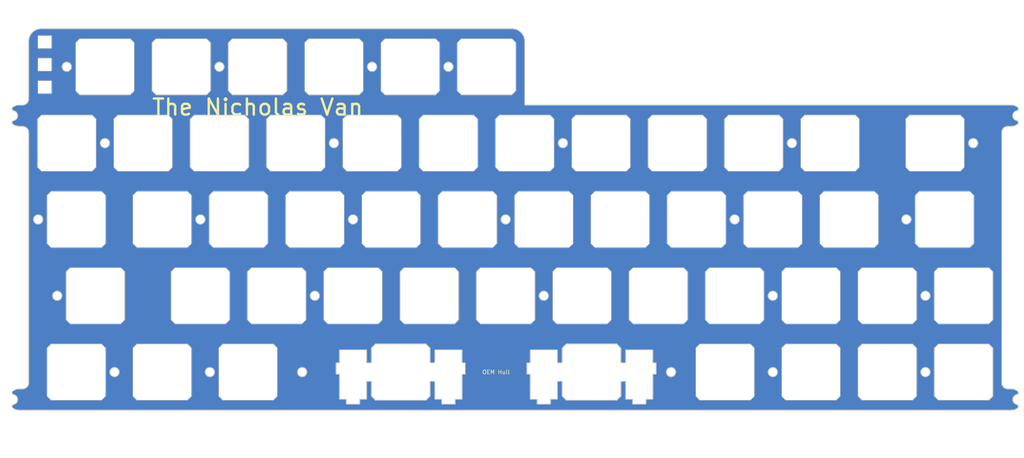
<source format=kicad_pcb>
(kicad_pcb (version 20221018) (generator pcbnew)
  (layers (0 "F.Cu" signal) (31 "B.Cu" signal) (34 "B.Paste" user) (35 "F.Paste" user) (36 "B.SilkS" user "B.Silkscreen") (37 "F.SilkS" user "F.Silkscreen") (38 "B.Mask" user) (39 "F.Mask" user) (44 "Edge.Cuts" user))
  (net 0 "")
  (net 1 "GND")
  (footprint "cipulot_parts:ecs_plate_cut_1U" (layer "F.Cu") (at 242.8875 115.8875)
    (fp_text reference "REF**")
    (fp_text value "Value " hide)
    (fp_line (start -7.3 -6) (end -7.3 6) (stroke (width 0.12)) (layer "Edge.Cuts"))
    (fp_line (start -7.3 6) (end -6.3 7) (stroke (width 0.12)) (layer "Edge.Cuts"))
    (fp_line (start -6.3 -7) (end -7.3 -6) (stroke (width 0.12)) (layer "Edge.Cuts"))
    (fp_line (start -6.3 7) (end 6.3 7) (stroke (width 0.12)) (layer "Edge.Cuts"))
    (fp_line (start 6.3 -7) (end -6.3 -7) (stroke (width 0.12)) (layer "Edge.Cuts"))
    (fp_line (start 6.3 -7) (end 7.3 -6) (stroke (width 0.12)) (layer "Edge.Cuts"))
    (fp_line (start 6.3 7) (end 7.3 6) (stroke (width 0.12)) (layer "Edge.Cuts"))
    (fp_line (start 7.3 6) (end 7.3 -6) (stroke (width 0.12)) (layer "Edge.Cuts"))
  )
  (footprint "cipulot_parts:ecs_plate_cut_1U" (layer "F.Cu") (at 45.24375 115.8875)
    (fp_text reference "REF**")
    (fp_text value "Value " hide)
    (fp_line (start -7.3 -6) (end -7.3 6) (stroke (width 0.12)) (layer "Edge.Cuts"))
    (fp_line (start -7.3 6) (end -6.3 7) (stroke (width 0.12)) (layer "Edge.Cuts"))
    (fp_line (start -6.3 -7) (end -7.3 -6) (stroke (width 0.12)) (layer "Edge.Cuts"))
    (fp_line (start -6.3 7) (end 6.3 7) (stroke (width 0.12)) (layer "Edge.Cuts"))
    (fp_line (start 6.3 -7) (end -6.3 -7) (stroke (width 0.12)) (layer "Edge.Cuts"))
    (fp_line (start 6.3 -7) (end 7.3 -6) (stroke (width 0.12)) (layer "Edge.Cuts"))
    (fp_line (start 6.3 7) (end 7.3 6) (stroke (width 0.12)) (layer "Edge.Cuts"))
    (fp_line (start 7.3 6) (end 7.3 -6) (stroke (width 0.12)) (layer "Edge.Cuts"))
  )
  (footprint "cipulot_parts:ecs_plate_cut_1U" (layer "F.Cu") (at 190.5 77.7875)
    (fp_text reference "REF**")
    (fp_text value "Value " hide)
    (fp_line (start -7.3 -6) (end -7.3 6) (stroke (width 0.12)) (layer "Edge.Cuts"))
    (fp_line (start -7.3 6) (end -6.3 7) (stroke (width 0.12)) (layer "Edge.Cuts"))
    (fp_line (start -6.3 -7) (end -7.3 -6) (stroke (width 0.12)) (layer "Edge.Cuts"))
    (fp_line (start -6.3 7) (end 6.3 7) (stroke (width 0.12)) (layer "Edge.Cuts"))
    (fp_line (start 6.3 -7) (end -6.3 -7) (stroke (width 0.12)) (layer "Edge.Cuts"))
    (fp_line (start 6.3 -7) (end 7.3 -6) (stroke (width 0.12)) (layer "Edge.Cuts"))
    (fp_line (start 6.3 7) (end 7.3 6) (stroke (width 0.12)) (layer "Edge.Cuts"))
    (fp_line (start 7.3 6) (end 7.3 -6) (stroke (width 0.12)) (layer "Edge.Cuts"))
  )
  (footprint "cipulot_parts:ecs_plate_cut_1U" (layer "F.Cu") (at 261.9375 134.9375)
    (fp_text reference "REF**")
    (fp_text value "Value " hide)
    (fp_line (start -7.3 -6) (end -7.3 6) (stroke (width 0.12)) (layer "Edge.Cuts"))
    (fp_line (start -7.3 6) (end -6.3 7) (stroke (width 0.12)) (layer "Edge.Cuts"))
    (fp_line (start -6.3 -7) (end -7.3 -6) (stroke (width 0.12)) (layer "Edge.Cuts"))
    (fp_line (start -6.3 7) (end 6.3 7) (stroke (width 0.12)) (layer "Edge.Cuts"))
    (fp_line (start 6.3 -7) (end -6.3 -7) (stroke (width 0.12)) (layer "Edge.Cuts"))
    (fp_line (start 6.3 -7) (end 7.3 -6) (stroke (width 0.12)) (layer "Edge.Cuts"))
    (fp_line (start 6.3 7) (end 7.3 6) (stroke (width 0.12)) (layer "Edge.Cuts"))
    (fp_line (start 7.3 6) (end 7.3 -6) (stroke (width 0.12)) (layer "Edge.Cuts"))
  )
  (footprint "cipulot_parts:ecs_plate_cut_1U" (layer "F.Cu") (at 123.825 58.7375)
    (fp_text reference "REF**")
    (fp_text value "Value " hide)
    (fp_line (start -7.3 -6) (end -7.3 6) (stroke (width 0.12)) (layer "Edge.Cuts"))
    (fp_line (start -7.3 6) (end -6.3 7) (stroke (width 0.12)) (layer "Edge.Cuts"))
    (fp_line (start -6.3 -7) (end -7.3 -6) (stroke (width 0.12)) (layer "Edge.Cuts"))
    (fp_line (start -6.3 7) (end 6.3 7) (stroke (width 0.12)) (layer "Edge.Cuts"))
    (fp_line (start 6.3 -7) (end -6.3 -7) (stroke (width 0.12)) (layer "Edge.Cuts"))
    (fp_line (start 6.3 -7) (end 7.3 -6) (stroke (width 0.12)) (layer "Edge.Cuts"))
    (fp_line (start 6.3 7) (end 7.3 6) (stroke (width 0.12)) (layer "Edge.Cuts"))
    (fp_line (start 7.3 6) (end 7.3 -6) (stroke (width 0.12)) (layer "Edge.Cuts"))
  )
  (footprint "cipulot_parts:ecs_plate_cut_1U" (layer "F.Cu") (at 261.9375 115.8875)
    (fp_text reference "REF**")
    (fp_text value "Value " hide)
    (fp_line (start -7.3 -6) (end -7.3 6) (stroke (width 0.12)) (layer "Edge.Cuts"))
    (fp_line (start -7.3 6) (end -6.3 7) (stroke (width 0.12)) (layer "Edge.Cuts"))
    (fp_line (start -6.3 -7) (end -7.3 -6) (stroke (width 0.12)) (layer "Edge.Cuts"))
    (fp_line (start -6.3 7) (end 6.3 7) (stroke (width 0.12)) (layer "Edge.Cuts"))
    (fp_line (start 6.3 -7) (end -6.3 -7) (stroke (width 0.12)) (layer "Edge.Cuts"))
    (fp_line (start 6.3 -7) (end 7.3 -6) (stroke (width 0.12)) (layer "Edge.Cuts"))
    (fp_line (start 6.3 7) (end 7.3 6) (stroke (width 0.12)) (layer "Edge.Cuts"))
    (fp_line (start 7.3 6) (end 7.3 -6) (stroke (width 0.12)) (layer "Edge.Cuts"))
  )
  (footprint "cipulot_parts:ecs_plate_cut_1U" (layer "F.Cu") (at 85.725 58.7375)
    (fp_text reference "REF**")
    (fp_text value "Value " hide)
    (fp_line (start -7.3 -6) (end -7.3 6) (stroke (width 0.12)) (layer "Edge.Cuts"))
    (fp_line (start -7.3 6) (end -6.3 7) (stroke (width 0.12)) (layer "Edge.Cuts"))
    (fp_line (start -6.3 -7) (end -7.3 -6) (stroke (width 0.12)) (layer "Edge.Cuts"))
    (fp_line (start -6.3 7) (end 6.3 7) (stroke (width 0.12)) (layer "Edge.Cuts"))
    (fp_line (start 6.3 -7) (end -6.3 -7) (stroke (width 0.12)) (layer "Edge.Cuts"))
    (fp_line (start 6.3 -7) (end 7.3 -6) (stroke (width 0.12)) (layer "Edge.Cuts"))
    (fp_line (start 6.3 7) (end 7.3 6) (stroke (width 0.12)) (layer "Edge.Cuts"))
    (fp_line (start 7.3 6) (end 7.3 -6) (stroke (width 0.12)) (layer "Edge.Cuts"))
  )
  (footprint "cipulot_parts:ecs_plate_cut_1U" (layer "F.Cu") (at 223.8375 115.8875)
    (fp_text reference "REF**")
    (fp_text value "Value " hide)
    (fp_line (start -7.3 -6) (end -7.3 6) (stroke (width 0.12)) (layer "Edge.Cuts"))
    (fp_line (start -7.3 6) (end -6.3 7) (stroke (width 0.12)) (layer "Edge.Cuts"))
    (fp_line (start -6.3 -7) (end -7.3 -6) (stroke (width 0.12)) (layer "Edge.Cuts"))
    (fp_line (start -6.3 7) (end 6.3 7) (stroke (width 0.12)) (layer "Edge.Cuts"))
    (fp_line (start 6.3 -7) (end -6.3 -7) (stroke (width 0.12)) (layer "Edge.Cuts"))
    (fp_line (start 6.3 -7) (end 7.3 -6) (stroke (width 0.12)) (layer "Edge.Cuts"))
    (fp_line (start 6.3 7) (end 7.3 6) (stroke (width 0.12)) (layer "Edge.Cuts"))
    (fp_line (start 7.3 6) (end 7.3 -6) (stroke (width 0.12)) (layer "Edge.Cuts"))
  )
  (footprint "cipulot_parts:ecs_plate_cut_1U" (layer "F.Cu") (at 233.3625 96.8375)
    (fp_text reference "REF**")
    (fp_text value "Value " hide)
    (fp_line (start -7.3 -6) (end -7.3 6) (stroke (width 0.12)) (layer "Edge.Cuts"))
    (fp_line (start -7.3 6) (end -6.3 7) (stroke (width 0.12)) (layer "Edge.Cuts"))
    (fp_line (start -6.3 -7) (end -7.3 -6) (stroke (width 0.12)) (layer "Edge.Cuts"))
    (fp_line (start -6.3 7) (end 6.3 7) (stroke (width 0.12)) (layer "Edge.Cuts"))
    (fp_line (start 6.3 -7) (end -6.3 -7) (stroke (width 0.12)) (layer "Edge.Cuts"))
    (fp_line (start 6.3 -7) (end 7.3 -6) (stroke (width 0.12)) (layer "Edge.Cuts"))
    (fp_line (start 6.3 7) (end 7.3 6) (stroke (width 0.12)) (layer "Edge.Cuts"))
    (fp_line (start 7.3 6) (end 7.3 -6) (stroke (width 0.12)) (layer "Edge.Cuts"))
  )
  (footprint "cipulot_parts:ecs_plate_cut_1U" (layer "F.Cu") (at 61.9125 96.8375)
    (fp_text reference "REF**")
    (fp_text value "Value " hide)
    (fp_line (start -7.3 -6) (end -7.3 6) (stroke (width 0.12)) (layer "Edge.Cuts"))
    (fp_line (start -7.3 6) (end -6.3 7) (stroke (width 0.12)) (layer "Edge.Cuts"))
    (fp_line (start -6.3 -7) (end -7.3 -6) (stroke (width 0.12)) (layer "Edge.Cuts"))
    (fp_line (start -6.3 7) (end 6.3 7) (stroke (width 0.12)) (layer "Edge.Cuts"))
    (fp_line (start 6.3 -7) (end -6.3 -7) (stroke (width 0.12)) (layer "Edge.Cuts"))
    (fp_line (start 6.3 -7) (end 7.3 -6) (stroke (width 0.12)) (layer "Edge.Cuts"))
    (fp_line (start 6.3 7) (end 7.3 6) (stroke (width 0.12)) (layer "Edge.Cuts"))
    (fp_line (start 7.3 6) (end 7.3 -6) (stroke (width 0.12)) (layer "Edge.Cuts"))
  )
  (footprint "cipulot_parts:ecs_plate_cut_1U" (layer "F.Cu") (at 242.8875 134.9375)
    (fp_text reference "REF**")
    (fp_text value "Value " hide)
    (fp_line (start -7.3 -6) (end -7.3 6) (stroke (width 0.12)) (layer "Edge.Cuts"))
    (fp_line (start -7.3 6) (end -6.3 7) (stroke (width 0.12)) (layer "Edge.Cuts"))
    (fp_line (start -6.3 -7) (end -7.3 -6) (stroke (width 0.12)) (layer "Edge.Cuts"))
    (fp_line (start -6.3 7) (end 6.3 7) (stroke (width 0.12)) (layer "Edge.Cuts"))
    (fp_line (start 6.3 -7) (end -6.3 -7) (stroke (width 0.12)) (layer "Edge.Cuts"))
    (fp_line (start 6.3 -7) (end 7.3 -6) (stroke (width 0.12)) (layer "Edge.Cuts"))
    (fp_line (start 6.3 7) (end 7.3 6) (stroke (width 0.12)) (layer "Edge.Cuts"))
    (fp_line (start 7.3 6) (end 7.3 -6) (stroke (width 0.12)) (layer "Edge.Cuts"))
  )
  (footprint "cipulot_parts:ecs_plate_cut_1U" (layer "F.Cu") (at 95.25 77.7875)
    (fp_text reference "REF**")
    (fp_text value "Value " hide)
    (fp_line (start -7.3 -6) (end -7.3 6) (stroke (width 0.12)) (layer "Edge.Cuts"))
    (fp_line (start -7.3 6) (end -6.3 7) (stroke (width 0.12)) (layer "Edge.Cuts"))
    (fp_line (start -6.3 -7) (end -7.3 -6) (stroke (width 0.12)) (layer "Edge.Cuts"))
    (fp_line (start -6.3 7) (end 6.3 7) (stroke (width 0.12)) (layer "Edge.Cuts"))
    (fp_line (start 6.3 -7) (end -6.3 -7) (stroke (width 0.12)) (layer "Edge.Cuts"))
    (fp_line (start 6.3 -7) (end 7.3 -6) (stroke (width 0.12)) (layer "Edge.Cuts"))
    (fp_line (start 6.3 7) (end 7.3 6) (stroke (width 0.12)) (layer "Edge.Cuts"))
    (fp_line (start 7.3 6) (end 7.3 -6) (stroke (width 0.12)) (layer "Edge.Cuts"))
  )
  (footprint "cipulot_parts:ecs_plate_cut_1U" (layer "F.Cu") (at 157.1625 96.8375)
    (fp_text reference "REF**")
    (fp_text value "Value " hide)
    (fp_line (start -7.3 -6) (end -7.3 6) (stroke (width 0.12)) (layer "Edge.Cuts"))
    (fp_line (start -7.3 6) (end -6.3 7) (stroke (width 0.12)) (layer "Edge.Cuts"))
    (fp_line (start -6.3 -7) (end -7.3 -6) (stroke (width 0.12)) (layer "Edge.Cuts"))
    (fp_line (start -6.3 7) (end 6.3 7) (stroke (width 0.12)) (layer "Edge.Cuts"))
    (fp_line (start 6.3 -7) (end -6.3 -7) (stroke (width 0.12)) (layer "Edge.Cuts"))
    (fp_line (start 6.3 -7) (end 7.3 -6) (stroke (width 0.12)) (layer "Edge.Cuts"))
    (fp_line (start 6.3 7) (end 7.3 6) (stroke (width 0.12)) (layer "Edge.Cuts"))
    (fp_line (start 7.3 6) (end 7.3 -6) (stroke (width 0.12)) (layer "Edge.Cuts"))
  )
  (footprint "cipulot_parts:ecs_plate_cut_1U" (layer "F.Cu") (at 109.5375 115.8875)
    (fp_text reference "REF**")
    (fp_text value "Value " hide)
    (fp_line (start -7.3 -6) (end -7.3 6) (stroke (width 0.12)) (layer "Edge.Cuts"))
    (fp_line (start -7.3 6) (end -6.3 7) (stroke (width 0.12)) (layer "Edge.Cuts"))
    (fp_line (start -6.3 -7) (end -7.3 -6) (stroke (width 0.12)) (layer "Edge.Cuts"))
    (fp_line (start -6.3 7) (end 6.3 7) (stroke (width 0.12)) (layer "Edge.Cuts"))
    (fp_line (start 6.3 -7) (end -6.3 -7) (stroke (width 0.12)) (layer "Edge.Cuts"))
    (fp_line (start 6.3 -7) (end 7.3 -6) (stroke (width 0.12)) (layer "Edge.Cuts"))
    (fp_line (start 6.3 7) (end 7.3 6) (stroke (width 0.12)) (layer "Edge.Cuts"))
    (fp_line (start 7.3 6) (end 7.3 -6) (stroke (width 0.12)) (layer "Edge.Cuts"))
  )
  (footprint "cipulot_parts:ecs_plate_cut_1U" (layer "F.Cu") (at 176.2125 96.8375)
    (fp_text reference "REF**")
    (fp_text value "Value " hide)
    (fp_line (start -7.3 -6) (end -7.3 6) (stroke (width 0.12)) (layer "Edge.Cuts"))
    (fp_line (start -7.3 6) (end -6.3 7) (stroke (width 0.12)) (layer "Edge.Cuts"))
    (fp_line (start -6.3 -7) (end -7.3 -6) (stroke (width 0.12)) (layer "Edge.Cuts"))
    (fp_line (start -6.3 7) (end 6.3 7) (stroke (width 0.12)) (layer "Edge.Cuts"))
    (fp_line (start 6.3 -7) (end -6.3 -7) (stroke (width 0.12)) (layer "Edge.Cuts"))
    (fp_line (start 6.3 -7) (end 7.3 -6) (stroke (width 0.12)) (layer "Edge.Cuts"))
    (fp_line (start 6.3 7) (end 7.3 6) (stroke (width 0.12)) (layer "Edge.Cuts"))
    (fp_line (start 7.3 6) (end 7.3 -6) (stroke (width 0.12)) (layer "Edge.Cuts"))
  )
  (footprint "cipulot_parts:ecs_plate_cut_1U" (layer "F.Cu") (at 76.2 77.7875)
    (fp_text reference "REF**")
    (fp_text value "Value " hide)
    (fp_line (start -7.3 -6) (end -7.3 6) (stroke (width 0.12)) (layer "Edge.Cuts"))
    (fp_line (start -7.3 6) (end -6.3 7) (stroke (width 0.12)) (layer "Edge.Cuts"))
    (fp_line (start -6.3 -7) (end -7.3 -6) (stroke (width 0.12)) (layer "Edge.Cuts"))
    (fp_line (start -6.3 7) (end 6.3 7) (stroke (width 0.12)) (layer "Edge.Cuts"))
    (fp_line (start 6.3 -7) (end -6.3 -7) (stroke (width 0.12)) (layer "Edge.Cuts"))
    (fp_line (start 6.3 -7) (end 7.3 -6) (stroke (width 0.12)) (layer "Edge.Cuts"))
    (fp_line (start 6.3 7) (end 7.3 6) (stroke (width 0.12)) (layer "Edge.Cuts"))
    (fp_line (start 7.3 6) (end 7.3 -6) (stroke (width 0.12)) (layer "Edge.Cuts"))
  )
  (footprint "cipulot_parts:ecs_plate_cut_1U" (layer "F.Cu") (at 66.675 58.7375)
    (fp_text reference "REF**")
    (fp_text value "Value " hide)
    (fp_line (start -7.3 -6) (end -7.3 6) (stroke (width 0.12)) (layer "Edge.Cuts"))
    (fp_line (start -7.3 6) (end -6.3 7) (stroke (width 0.12)) (layer "Edge.Cuts"))
    (fp_line (start -6.3 -7) (end -7.3 -6) (stroke (width 0.12)) (layer "Edge.Cuts"))
    (fp_line (start -6.3 7) (end 6.3 7) (stroke (width 0.12)) (layer "Edge.Cuts"))
    (fp_line (start 6.3 -7) (end -6.3 -7) (stroke (width 0.12)) (layer "Edge.Cuts"))
    (fp_line (start 6.3 -7) (end 7.3 -6) (stroke (width 0.12)) (layer "Edge.Cuts"))
    (fp_line (start 6.3 7) (end 7.3 6) (stroke (width 0.12)) (layer "Edge.Cuts"))
    (fp_line (start 7.3 6) (end 7.3 -6) (stroke (width 0.12)) (layer "Edge.Cuts"))
  )
  (footprint "cipulot_parts:ecs_plate_cut_1U" (layer "F.Cu") (at 128.5875 115.8875)
    (fp_text reference "REF**")
    (fp_text value "Value " hide)
    (fp_line (start -7.3 -6) (end -7.3 6) (stroke (width 0.12)) (layer "Edge.Cuts"))
    (fp_line (start -7.3 6) (end -6.3 7) (stroke (width 0.12)) (layer "Edge.Cuts"))
    (fp_line (start -6.3 -7) (end -7.3 -6) (stroke (width 0.12)) (layer "Edge.Cuts"))
    (fp_line (start -6.3 7) (end 6.3 7) (stroke (width 0.12)) (layer "Edge.Cuts"))
    (fp_line (start 6.3 -7) (end -6.3 -7) (stroke (width 0.12)) (layer "Edge.Cuts"))
    (fp_line (start 6.3 -7) (end 7.3 -6) (stroke (width 0.12)) (layer "Edge.Cuts"))
    (fp_line (start 6.3 7) (end 7.3 6) (stroke (width 0.12)) (layer "Edge.Cuts"))
    (fp_line (start 7.3 6) (end 7.3 -6) (stroke (width 0.12)) (layer "Edge.Cuts"))
  )
  (footprint "cipulot_parts:ecs_plate_cut_1U" (layer "F.Cu") (at 40.48125 134.9375)
    (fp_text reference "REF**")
    (fp_text value "Value " hide)
    (fp_line (start -7.3 -6) (end -7.3 6) (stroke (width 0.12)) (layer "Edge.Cuts"))
    (fp_line (start -7.3 6) (end -6.3 7) (stroke (width 0.12)) (layer "Edge.Cuts"))
    (fp_line (start -6.3 -7) (end -7.3 -6) (stroke (width 0.12)) (layer "Edge.Cuts"))
    (fp_line (start -6.3 7) (end 6.3 7) (stroke (width 0.12)) (layer "Edge.Cuts"))
    (fp_line (start 6.3 -7) (end -6.3 -7) (stroke (width 0.12)) (layer "Edge.Cuts"))
    (fp_line (start 6.3 -7) (end 7.3 -6) (stroke (width 0.12)) (layer "Edge.Cuts"))
    (fp_line (start 6.3 7) (end 7.3 6) (stroke (width 0.12)) (layer "Edge.Cuts"))
    (fp_line (start 7.3 6) (end 7.3 -6) (stroke (width 0.12)) (layer "Edge.Cuts"))
  )
  (footprint "cipulot_parts:ecs_plate_cut_1U" (layer "F.Cu") (at 57.15 77.7875)
    (fp_text reference "REF**")
    (fp_text value "Value " hide)
    (fp_line (start -7.3 -6) (end -7.3 6) (stroke (width 0.12)) (layer "Edge.Cuts"))
    (fp_line (start -7.3 6) (end -6.3 7) (stroke (width 0.12)) (layer "Edge.Cuts"))
    (fp_line (start -6.3 -7) (end -7.3 -6) (stroke (width 0.12)) (layer "Edge.Cuts"))
    (fp_line (start -6.3 7) (end 6.3 7) (stroke (width 0.12)) (layer "Edge.Cuts"))
    (fp_line (start 6.3 -7) (end -6.3 -7) (stroke (width 0.12)) (layer "Edge.Cuts"))
    (fp_line (start 6.3 -7) (end 7.3 -6) (stroke (width 0.12)) (layer "Edge.Cuts"))
    (fp_line (start 6.3 7) (end 7.3 6) (stroke (width 0.12)) (layer "Edge.Cuts"))
    (fp_line (start 7.3 6) (end 7.3 -6) (stroke (width 0.12)) (layer "Edge.Cuts"))
  )
  (footprint "cipulot_parts:ecs_plate_cut_1U" (layer "F.Cu") (at 47.625 58.7375)
    (fp_text reference "REF**")
    (fp_text value "Value " hide)
    (fp_line (start -7.3 -6) (end -7.3 6) (stroke (width 0.12)) (layer "Edge.Cuts"))
    (fp_line (start -7.3 6) (end -6.3 7) (stroke (width 0.12)) (layer "Edge.Cuts"))
    (fp_line (start -6.3 -7) (end -7.3 -6) (stroke (width 0.12)) (layer "Edge.Cuts"))
    (fp_line (start -6.3 7) (end 6.3 7) (stroke (width 0.12)) (layer "Edge.Cuts"))
    (fp_line (start 6.3 -7) (end -6.3 -7) (stroke (width 0.12)) (layer "Edge.Cuts"))
    (fp_line (start 6.3 -7) (end 7.3 -6) (stroke (width 0.12)) (layer "Edge.Cuts"))
    (fp_line (start 6.3 7) (end 7.3 6) (stroke (width 0.12)) (layer "Edge.Cuts"))
    (fp_line (start 7.3 6) (end 7.3 -6) (stroke (width 0.12)) (layer "Edge.Cuts"))
  )
  (footprint "cipulot_parts:ecs_plate_cut_1U" (layer "F.Cu") (at 40.48125 96.8375)
    (fp_text reference "REF**")
    (fp_text value "Value " hide)
    (fp_line (start -7.3 -6) (end -7.3 6) (stroke (width 0.12)) (layer "Edge.Cuts"))
    (fp_line (start -7.3 6) (end -6.3 7) (stroke (width 0.12)) (layer "Edge.Cuts"))
    (fp_line (start -6.3 -7) (end -7.3 -6) (stroke (width 0.12)) (layer "Edge.Cuts"))
    (fp_line (start -6.3 7) (end 6.3 7) (stroke (width 0.12)) (layer "Edge.Cuts"))
    (fp_line (start 6.3 -7) (end -6.3 -7) (stroke (width 0.12)) (layer "Edge.Cuts"))
    (fp_line (start 6.3 -7) (end 7.3 -6) (stroke (width 0.12)) (layer "Edge.Cuts"))
    (fp_line (start 6.3 7) (end 7.3 6) (stroke (width 0.12)) (layer "Edge.Cuts"))
    (fp_line (start 7.3 6) (end 7.3 -6) (stroke (width 0.12)) (layer "Edge.Cuts"))
  )
  (footprint "cipulot_parts:ecs_plate_cut_1U" (layer "F.Cu") (at 171.45 77.7875)
    (fp_text reference "REF**")
    (fp_text value "Value " hide)
    (fp_line (start -7.3 -6) (end -7.3 6) (stroke (width 0.12)) (layer "Edge.Cuts"))
    (fp_line (start -7.3 6) (end -6.3 7) (stroke (width 0.12)) (layer "Edge.Cuts"))
    (fp_line (start -6.3 -7) (end -7.3 -6) (stroke (width 0.12)) (layer "Edge.Cuts"))
    (fp_line (start -6.3 7) (end 6.3 7) (stroke (width 0.12)) (layer "Edge.Cuts"))
    (fp_line (start 6.3 -7) (end -6.3 -7) (stroke (width 0.12)) (layer "Edge.Cuts"))
    (fp_line (start 6.3 -7) (end 7.3 -6) (stroke (width 0.12)) (layer "Edge.Cuts"))
    (fp_line (start 6.3 7) (end 7.3 6) (stroke (width 0.12)) (layer "Edge.Cuts"))
    (fp_line (start 7.3 6) (end 7.3 -6) (stroke (width 0.12)) (layer "Edge.Cuts"))
  )
  (footprint "cipulot_parts:ecs_plate_cut_1U" (layer "F.Cu") (at 100.0125 96.8375)
    (fp_text reference "REF**")
    (fp_text value "Value " hide)
    (fp_line (start -7.3 -6) (end -7.3 6) (stroke (width 0.12)) (layer "Edge.Cuts"))
    (fp_line (start -7.3 6) (end -6.3 7) (stroke (width 0.12)) (layer "Edge.Cuts"))
    (fp_line (start -6.3 -7) (end -7.3 -6) (stroke (width 0.12)) (layer "Edge.Cuts"))
    (fp_line (start -6.3 7) (end 6.3 7) (stroke (width 0.12)) (layer "Edge.Cuts"))
    (fp_line (start 6.3 -7) (end -6.3 -7) (stroke (width 0.12)) (layer "Edge.Cuts"))
    (fp_line (start 6.3 -7) (end 7.3 -6) (stroke (width 0.12)) (layer "Edge.Cuts"))
    (fp_line (start 6.3 7) (end 7.3 6) (stroke (width 0.12)) (layer "Edge.Cuts"))
    (fp_line (start 7.3 6) (end 7.3 -6) (stroke (width 0.12)) (layer "Edge.Cuts"))
  )
  (footprint "cipulot_parts:ecs_plate_cut_1U" (layer "F.Cu") (at 114.3 77.7875)
    (fp_text reference "REF**")
    (fp_text value "Value " hide)
    (fp_line (start -7.3 -6) (end -7.3 6) (stroke (width 0.12)) (layer "Edge.Cuts"))
    (fp_line (start -7.3 6) (end -6.3 7) (stroke (width 0.12)) (layer "Edge.Cuts"))
    (fp_line (start -6.3 -7) (end -7.3 -6) (stroke (width 0.12)) (layer "Edge.Cuts"))
    (fp_line (start -6.3 7) (end 6.3 7) (stroke (width 0.12)) (layer "Edge.Cuts"))
    (fp_line (start 6.3 -7) (end -6.3 -7) (stroke (width 0.12)) (layer "Edge.Cuts"))
    (fp_line (start 6.3 -7) (end 7.3 -6) (stroke (width 0.12)) (layer "Edge.Cuts"))
    (fp_line (start 6.3 7) (end 7.3 6) (stroke (width 0.12)) (layer "Edge.Cuts"))
    (fp_line (start 7.3 6) (end 7.3 -6) (stroke (width 0.12)) (layer "Edge.Cuts"))
  )
  (footprint "cipulot_parts:ecs_plate_cut_1U" (layer "F.Cu") (at 204.7875 115.8875)
    (fp_text reference "REF**")
    (fp_text value "Value " hide)
    (fp_line (start -7.3 -6) (end -7.3 6) (stroke (width 0.12)) (layer "Edge.Cuts"))
    (fp_line (start -7.3 6) (end -6.3 7) (stroke (width 0.12)) (layer "Edge.Cuts"))
    (fp_line (start -6.3 -7) (end -7.3 -6) (stroke (width 0.12)) (layer "Edge.Cuts"))
    (fp_line (start -6.3 7) (end 6.3 7) (stroke (width 0.12)) (layer "Edge.Cuts"))
    (fp_line (start 6.3 -7) (end -6.3 -7) (stroke (width 0.12)) (layer "Edge.Cuts"))
    (fp_line (start 6.3 -7) (end 7.3 -6) (stroke (width 0.12)) (layer "Edge.Cuts"))
    (fp_line (start 6.3 7) (end 7.3 6) (stroke (width 0.12)) (layer "Edge.Cuts"))
    (fp_line (start 7.3 6) (end 7.3 -6) (stroke (width 0.12)) (layer "Edge.Cuts"))
  )
  (footprint "cipulot_parts:ecs_plate_cut_1U" (layer "F.Cu") (at 80.9625 96.8375)
    (fp_text reference "REF**")
    (fp_text value "Value " hide)
    (fp_line (start -7.3 -6) (end -7.3 6) (stroke (width 0.12)) (layer "Edge.Cuts"))
    (fp_line (start -7.3 6) (end -6.3 7) (stroke (width 0.12)) (layer "Edge.Cuts"))
    (fp_line (start -6.3 -7) (end -7.3 -6) (stroke (width 0.12)) (layer "Edge.Cuts"))
    (fp_line (start -6.3 7) (end 6.3 7) (stroke (width 0.12)) (layer "Edge.Cuts"))
    (fp_line (start 6.3 -7) (end -6.3 -7) (stroke (width 0.12)) (layer "Edge.Cuts"))
    (fp_line (start 6.3 -7) (end 7.3 -6) (stroke (width 0.12)) (layer "Edge.Cuts"))
    (fp_line (start 6.3 7) (end 7.3 6) (stroke (width 0.12)) (layer "Edge.Cuts"))
    (fp_line (start 7.3 6) (end 7.3 -6) (stroke (width 0.12)) (layer "Edge.Cuts"))
  )
  (footprint "cipulot_parts:ecs_plate_cut_1U" (layer "F.Cu") (at 83.34375 134.9375)
    (fp_text reference "REF**")
    (fp_text value "Value " hide)
    (fp_line (start -7.3 -6) (end -7.3 6) (stroke (width 0.12)) (layer "Edge.Cuts"))
    (fp_line (start -7.3 6) (end -6.3 7) (stroke (width 0.12)) (layer "Edge.Cuts"))
    (fp_line (start -6.3 -7) (end -7.3 -6) (stroke (width 0.12)) (layer "Edge.Cuts"))
    (fp_line (start -6.3 7) (end 6.3 7) (stroke (width 0.12)) (layer "Edge.Cuts"))
    (fp_line (start 6.3 -7) (end -6.3 -7) (stroke (width 0.12)) (layer "Edge.Cuts"))
    (fp_line (start 6.3 -7) (end 7.3 -6) (stroke (width 0.12)) (layer "Edge.Cuts"))
    (fp_line (start 6.3 7) (end 7.3 6) (stroke (width 0.12)) (layer "Edge.Cuts"))
    (fp_line (start 7.3 6) (end 7.3 -6) (stroke (width 0.12)) (layer "Edge.Cuts"))
  )
  (footprint "cipulot_parts:ecs_plate_cut_1U" (layer "F.Cu") (at 214.3125 96.8375)
    (fp_text reference "REF**")
    (fp_text value "Value " hide)
    (fp_line (start -7.3 -6) (end -7.3 6) (stroke (width 0.12)) (layer "Edge.Cuts"))
    (fp_line (start -7.3 6) (end -6.3 7) (stroke (width 0.12)) (layer "Edge.Cuts"))
    (fp_line (start -6.3 -7) (end -7.3 -6) (stroke (width 0.12)) (layer "Edge.Cuts"))
    (fp_line (start -6.3 7) (end 6.3 7) (stroke (width 0.12)) (layer "Edge.Cuts"))
    (fp_line (start 6.3 -7) (end -6.3 -7) (stroke (width 0.12)) (layer "Edge.Cuts"))
    (fp_line (start 6.3 -7) (end 7.3 -6) (stroke (width 0.12)) (layer "Edge.Cuts"))
    (fp_line (start 6.3 7) (end 7.3 6) (stroke (width 0.12)) (layer "Edge.Cuts"))
    (fp_line (start 7.3 6) (end 7.3 -6) (stroke (width 0.12)) (layer "Edge.Cuts"))
  )
  (footprint "cipulot_parts:ecs_plate_cut_1U" (layer "F.Cu") (at 38.1 77.7875)
    (fp_text reference "REF**")
    (fp_text value "Value " hide)
    (fp_line (start -7.3 -6) (end -7.3 6) (stroke (width 0.12)) (layer "Edge.Cuts"))
    (fp_line (start -7.3 6) (end -6.3 7) (stroke (width 0.12)) (layer "Edge.Cuts"))
    (fp_line (start -6.3 -7) (end -7.3 -6) (stroke (width 0.12)) (layer "Edge.Cuts"))
    (fp_line (start -6.3 7) (end 6.3 7) (stroke (width 0.12)) (layer "Edge.Cuts"))
    (fp_line (start 6.3 -7) (end -6.3 -7) (stroke (width 0.12)) (layer "Edge.Cuts"))
    (fp_line (start 6.3 -7) (end 7.3 -6) (stroke (width 0.12)) (layer "Edge.Cuts"))
    (fp_line (start 6.3 7) (end 7.3 6) (stroke (width 0.12)) (layer "Edge.Cuts"))
    (fp_line (start 7.3 6) (end 7.3 -6) (stroke (width 0.12)) (layer "Edge.Cuts"))
  )
  (footprint "cipulot_parts:ecs_plate_cut_1U" (layer "F.Cu") (at 138.1125 96.8375)
    (fp_text reference "REF**")
    (fp_text value "Value " hide)
    (fp_line (start -7.3 -6) (end -7.3 6) (stroke (width 0.12)) (layer "Edge.Cuts"))
    (fp_line (start -7.3 6) (end -6.3 7) (stroke (width 0.12)) (layer "Edge.Cuts"))
    (fp_line (start -6.3 -7) (end -7.3 -6) (stroke (width 0.12)) (layer "Edge.Cuts"))
    (fp_line (start -6.3 7) (end 6.3 7) (stroke (width 0.12)) (layer "Edge.Cuts"))
    (fp_line (start 6.3 -7) (end -6.3 -7) (stroke (width 0.12)) (layer "Edge.Cuts"))
    (fp_line (start 6.3 -7) (end 7.3 -6) (stroke (width 0.12)) (layer "Edge.Cuts"))
    (fp_line (start 6.3 7) (end 7.3 6) (stroke (width 0.12)) (layer "Edge.Cuts"))
    (fp_line (start 7.3 6) (end 7.3 -6) (stroke (width 0.12)) (layer "Edge.Cuts"))
  )
  (footprint "cipulot_parts:ecs_plate_cut_1U" (layer "F.Cu") (at 202.40625 134.9375)
    (fp_text reference "REF**")
    (fp_text value "Value " hide)
    (fp_line (start -7.3 -6) (end -7.3 6) (stroke (width 0.12)) (layer "Edge.Cuts"))
    (fp_line (start -7.3 6) (end -6.3 7) (stroke (width 0.12)) (layer "Edge.Cuts"))
    (fp_line (start -6.3 -7) (end -7.3 -6) (stroke (width 0.12)) (layer "Edge.Cuts"))
    (fp_line (start -6.3 7) (end 6.3 7) (stroke (width 0.12)) (layer "Edge.Cuts"))
    (fp_line (start 6.3 -7) (end -6.3 -7) (stroke (width 0.12)) (layer "Edge.Cuts"))
    (fp_line (start 6.3 -7) (end 7.3 -6) (stroke (width 0.12)) (layer "Edge.Cuts"))
    (fp_line (start 6.3 7) (end 7.3 6) (stroke (width 0.12)) (layer "Edge.Cuts"))
    (fp_line (start 7.3 6) (end 7.3 -6) (stroke (width 0.12)) (layer "Edge.Cuts"))
  )
  (footprint "cipulot_parts:ecs_plate_cut_1U" (layer "F.Cu") (at 254.79375 77.7875)
    (fp_text reference "REF**")
    (fp_text value "Value " hide)
    (fp_line (start -7.3 -6) (end -7.3 6) (stroke (width 0.12)) (layer "Edge.Cuts"))
    (fp_line (start -7.3 6) (end -6.3 7) (stroke (width 0.12)) (layer "Edge.Cuts"))
    (fp_line (start -6.3 -7) (end -7.3 -6) (stroke (width 0.12)) (layer "Edge.Cuts"))
    (fp_line (start -6.3 7) (end 6.3 7) (stroke (width 0.12)) (layer "Edge.Cuts"))
    (fp_line (start 6.3 -7) (end -6.3 -7) (stroke (width 0.12)) (layer "Edge.Cuts"))
    (fp_line (start 6.3 -7) (end 7.3 -6) (stroke (width 0.12)) (layer "Edge.Cuts"))
    (fp_line (start 6.3 7) (end 7.3 6) (stroke (width 0.12)) (layer "Edge.Cuts"))
    (fp_line (start 7.3 6) (end 7.3 -6) (stroke (width 0.12)) (layer "Edge.Cuts"))
  )
  (footprint "cipulot_parts:ecs_plate_cut_1U" (layer "F.Cu") (at 223.8375 134.9375)
    (fp_text reference "REF**")
    (fp_text value "Value " hide)
    (fp_line (start -7.3 -6) (end -7.3 6) (stroke (width 0.12)) (layer "Edge.Cuts"))
    (fp_line (start -7.3 6) (end -6.3 7) (stroke (width 0.12)) (layer "Edge.Cuts"))
    (fp_line (start -6.3 -7) (end -7.3 -6) (stroke (width 0.12)) (layer "Edge.Cuts"))
    (fp_line (start -6.3 7) (end 6.3 7) (stroke (width 0.12)) (layer "Edge.Cuts"))
    (fp_line (start 6.3 -7) (end -6.3 -7) (stroke (width 0.12)) (layer "Edge.Cuts"))
    (fp_line (start 6.3 -7) (end 7.3 -6) (stroke (width 0.12)) (layer "Edge.Cuts"))
    (fp_line (start 6.3 7) (end 7.3 6) (stroke (width 0.12)) (layer "Edge.Cuts"))
    (fp_line (start 7.3 6) (end 7.3 -6) (stroke (width 0.12)) (layer "Edge.Cuts"))
  )
  (footprint "cipulot_parts:ecs_plate_cut_1U" (layer "F.Cu") (at 209.55 77.7875)
    (fp_text reference "REF**")
    (fp_text value "Value " hide)
    (fp_line (start -7.3 -6) (end -7.3 6) (stroke (width 0.12)) (layer "Edge.Cuts"))
    (fp_line (start -7.3 6) (end -6.3 7) (stroke (width 0.12)) (layer "Edge.Cuts"))
    (fp_line (start -6.3 -7) (end -7.3 -6) (stroke (width 0.12)) (layer "Edge.Cuts"))
    (fp_line (start -6.3 7) (end 6.3 7) (stroke (width 0.12)) (layer "Edge.Cuts"))
    (fp_line (start 6.3 -7) (end -6.3 -7) (stroke (width 0.12)) (layer "Edge.Cuts"))
    (fp_line (start 6.3 -7) (end 7.3 -6) (stroke (width 0.12)) (layer "Edge.Cuts"))
    (fp_line (start 6.3 7) (end 7.3 6) (stroke (width 0.12)) (layer "Edge.Cuts"))
    (fp_line (start 7.3 6) (end 7.3 -6) (stroke (width 0.12)) (layer "Edge.Cuts"))
  )
  (footprint "cipulot_parts:ecs_plate_cut_1U" (layer "F.Cu") (at 195.2625 96.8375)
    (fp_text reference "REF**")
    (fp_text value "Value " hide)
    (fp_line (start -7.3 -6) (end -7.3 6) (stroke (width 0.12)) (layer "Edge.Cuts"))
    (fp_line (start -7.3 6) (end -6.3 7) (stroke (width 0.12)) (layer "Edge.Cuts"))
    (fp_line (start -6.3 -7) (end -7.3 -6) (stroke (width 0.12)) (layer "Edge.Cuts"))
    (fp_line (start -6.3 7) (end 6.3 7) (stroke (width 0.12)) (layer "Edge.Cuts"))
    (fp_line (start 6.3 -7) (end -6.3 -7) (stroke (width 0.12)) (layer "Edge.Cuts"))
    (fp_line (start 6.3 -7) (end 7.3 -6) (stroke (width 0.12)) (layer "Edge.Cuts"))
    (fp_line (start 6.3 7) (end 7.3 6) (stroke (width 0.12)) (layer "Edge.Cuts"))
    (fp_line (start 7.3 6) (end 7.3 -6) (stroke (width 0.12)) (layer "Edge.Cuts"))
  )
  (footprint "cipulot_parts:ecs_plate_cut_1U" (layer "F.Cu") (at 185.7375 115.8875)
    (fp_text reference "REF**")
    (fp_text value "Value " hide)
    (fp_line (start -7.3 -6) (end -7.3 6) (stroke (width 0.12)) (layer "Edge.Cuts"))
    (fp_line (start -7.3 6) (end -6.3 7) (stroke (width 0.12)) (layer "Edge.Cuts"))
    (fp_line (start -6.3 -7) (end -7.3 -6) (stroke (width 0.12)) (layer "Edge.Cuts"))
    (fp_line (start -6.3 7) (end 6.3 7) (stroke (width 0.12)) (layer "Edge.Cuts"))
    (fp_line (start 6.3 -7) (end -6.3 -7) (stroke (width 0.12)) (layer "Edge.Cuts"))
    (fp_line (start 6.3 -7) (end 7.3 -6) (stroke (width 0.12)) (layer "Edge.Cuts"))
    (fp_line (start 6.3 7) (end 7.3 6) (stroke (width 0.12)) (layer "Edge.Cuts"))
    (fp_line (start 7.3 6) (end 7.3 -6) (stroke (width 0.12)) (layer "Edge.Cuts"))
  )
  (footprint "cipulot_parts:ecs_plate_cut_1U" (layer "F.Cu") (at 61.9125 134.9375)
    (fp_text reference "REF**")
    (fp_text value "Value " hide)
    (fp_line (start -7.3 -6) (end -7.3 6) (stroke (width 0.12)) (layer "Edge.Cuts"))
    (fp_line (start -7.3 6) (end -6.3 7) (stroke (width 0.12)) (layer "Edge.Cuts"))
    (fp_line (start -6.3 -7) (end -7.3 -6) (stroke (width 0.12)) (layer "Edge.Cuts"))
    (fp_line (start -6.3 7) (end 6.3 7) (stroke (width 0.12)) (layer "Edge.Cuts"))
    (fp_line (start 6.3 -7) (end -6.3 -7) (stroke (width 0.12)) (layer "Edge.Cuts"))
    (fp_line (start 6.3 -7) (end 7.3 -6) (stroke (width 0.12)) (layer "Edge.Cuts"))
    (fp_line (start 6.3 7) (end 7.3 6) (stroke (width 0.12)) (layer "Edge.Cuts"))
    (fp_line (start 7.3 6) (end 7.3 -6) (stroke (width 0.12)) (layer "Edge.Cuts"))
  )
  (footprint "cipulot_parts:ecs_plate_cut_1U" (layer "F.Cu") (at 147.6375 115.8875)
    (fp_text reference "REF**")
    (fp_text value "Value " hide)
    (fp_line (start -7.3 -6) (end -7.3 6) (stroke (width 0.12)) (layer "Edge.Cuts"))
    (fp_line (start -7.3 6) (end -6.3 7) (stroke (width 0.12)) (layer "Edge.Cuts"))
    (fp_line (start -6.3 -7) (end -7.3 -6) (stroke (width 0.12)) (layer "Edge.Cuts"))
    (fp_line (start -6.3 7) (end 6.3 7) (stroke (width 0.12)) (layer "Edge.Cuts"))
    (fp_line (start 6.3 -7) (end -6.3 -7) (stroke (width 0.12)) (layer "Edge.Cuts"))
    (fp_line (start 6.3 -7) (end 7.3 -6) (stroke (width 0.12)) (layer "Edge.Cuts"))
    (fp_line (start 6.3 7) (end 7.3 6) (stroke (width 0.12)) (layer "Edge.Cuts"))
    (fp_line (start 7.3 6) (end 7.3 -6) (stroke (width 0.12)) (layer "Edge.Cuts"))
  )
  (footprint "cipulot_parts:ecs_plate_cut_1U" (layer "F.Cu") (at 119.0625 96.8375)
    (fp_text reference "REF**")
    (fp_text value "Value " hide)
    (fp_line (start -7.3 -6) (end -7.3 6) (stroke (width 0.12)) (layer "Edge.Cuts"))
    (fp_line (start -7.3 6) (end -6.3 7) (stroke (width 0.12)) (layer "Edge.Cuts"))
    (fp_line (start -6.3 -7) (end -7.3 -6) (stroke (width 0.12)) (layer "Edge.Cuts"))
    (fp_line (start -6.3 7) (end 6.3 7) (stroke (width 0.12)) (layer "Edge.Cuts"))
    (fp_line (start 6.3 -7) (end -6.3 -7) (stroke (width 0.12)) (layer "Edge.Cuts"))
    (fp_line (start 6.3 -7) (end 7.3 -6) (stroke (width 0.12)) (layer "Edge.Cuts"))
    (fp_line (start 6.3 7) (end 7.3 6) (stroke (width 0.12)) (layer "Edge.Cuts"))
    (fp_line (start 7.3 6) (end 7.3 -6) (stroke (width 0.12)) (layer "Edge.Cuts"))
  )
  (footprint "cipulot_parts:ecs_plate_cut_1U" (layer "F.Cu") (at 152.4 77.7875)
    (fp_text reference "REF**")
    (fp_text value "Value " hide)
    (fp_line (start -7.3 -6) (end -7.3 6) (stroke (width 0.12)) (layer "Edge.Cuts"))
    (fp_line (start -7.3 6) (end -6.3 7) (stroke (width 0.12)) (layer "Edge.Cuts"))
    (fp_line (start -6.3 -7) (end -7.3 -6) (stroke (width 0.12)) (layer "Edge.Cuts"))
    (fp_line (start -6.3 7) (end 6.3 7) (stroke (width 0.12)) (layer "Edge.Cuts"))
    (fp_line (start 6.3 -7) (end -6.3 -7) (stroke (width 0.12)) (layer "Edge.Cuts"))
    (fp_line (start 6.3 -7) (end 7.3 -6) (stroke (width 0.12)) (layer "Edge.Cuts"))
    (fp_line (start 6.3 7) (end 7.3 6) (stroke (width 0.12)) (layer "Edge.Cuts"))
    (fp_line (start 7.3 6) (end 7.3 -6) (stroke (width 0.12)) (layer "Edge.Cuts"))
  )
  (footprint "cipulot_parts:ecs_plate_cut_1U" (layer "F.Cu") (at 90.4875 115.8875)
    (fp_text reference "REF**")
    (fp_text value "Value " hide)
    (fp_line (start -7.3 -6) (end -7.3 6) (stroke (width 0.12)) (layer "Edge.Cuts"))
    (fp_line (start -7.3 6) (end -6.3 7) (stroke (width 0.12)) (layer "Edge.Cuts"))
    (fp_line (start -6.3 -7) (end -7.3 -6) (stroke (width 0.12)) (layer "Edge.Cuts"))
    (fp_line (start -6.3 7) (end 6.3 7) (stroke (width 0.12)) (layer "Edge.Cuts"))
    (fp_line (start 6.3 -7) (end -6.3 -7) (stroke (width 0.12)) (layer "Edge.Cuts"))
    (fp_line (start 6.3 -7) (end 7.3 -6) (stroke (width 0.12)) (layer "Edge.Cuts"))
    (fp_line (start 6.3 7) (end 7.3 6) (stroke (width 0.12)) (layer "Edge.Cuts"))
    (fp_line (start 7.3 6) (end 7.3 -6) (stroke (width 0.12)) (layer "Edge.Cuts"))
  )
  (footprint "cipulot_parts:ecs_plate_cut_1U" (layer "F.Cu") (at 257.175 96.8375)
    (fp_text reference "REF**")
    (fp_text value "Value " hide)
    (fp_line (start -7.3 -6) (end -7.3 6) (stroke (width 0.12)) (layer "Edge.Cuts"))
    (fp_line (start -7.3 6) (end -6.3 7) (stroke (width 0.12)) (layer "Edge.Cuts"))
    (fp_line (start -6.3 -7) (end -7.3 -6) (stroke (width 0.12)) (layer "Edge.Cuts"))
    (fp_line (start -6.3 7) (end 6.3 7) (stroke (width 0.12)) (layer "Edge.Cuts"))
    (fp_line (start 6.3 -7) (end -6.3 -7) (stroke (width 0.12)) (layer "Edge.Cuts"))
    (fp_line (start 6.3 -7) (end 7.3 -6) (stroke (width 0.12)) (layer "Edge.Cuts"))
    (fp_line (start 6.3 7) (end 7.3 6) (stroke (width 0.12)) (layer "Edge.Cuts"))
    (fp_line (start 7.3 6) (end 7.3 -6) (stroke (width 0.12)) (layer "Edge.Cuts"))
  )
  (footprint "cipulot_parts:ecs_plate_cut_1U" (layer "F.Cu") (at 166.6875 115.8875)
    (fp_text reference "REF**")
    (fp_text value "Value " hide)
    (fp_line (start -7.3 -6) (end -7.3 6) (stroke (width 0.12)) (layer "Edge.Cuts"))
    (fp_line (start -7.3 6) (end -6.3 7) (stroke (width 0.12)) (layer "Edge.Cuts"))
    (fp_line (start -6.3 -7) (end -7.3 -6) (stroke (width 0.12)) (layer "Edge.Cuts"))
    (fp_line (start -6.3 7) (end 6.3 7) (stroke (width 0.12)) (layer "Edge.Cuts"))
    (fp_line (start 6.3 -7) (end -6.3 -7) (stroke (width 0.12)) (layer "Edge.Cuts"))
    (fp_line (start 6.3 -7) (end 7.3 -6) (stroke (width 0.12)) (layer "Edge.Cuts"))
    (fp_line (start 6.3 7) (end 7.3 6) (stroke (width 0.12)) (layer "Edge.Cuts"))
    (fp_line (start 7.3 6) (end 7.3 -6) (stroke (width 0.12)) (layer "Edge.Cuts"))
  )
  (footprint "cipulot_parts:ecs_plate_cut_1U" (layer "F.Cu") (at 104.775 58.7375)
    (fp_text reference "REF**")
    (fp_text value "Value " hide)
    (fp_line (start -7.3 -6) (end -7.3 6) (stroke (width 0.12)) (layer "Edge.Cuts"))
    (fp_line (start -7.3 6) (end -6.3 7) (stroke (width 0.12)) (layer "Edge.Cuts"))
    (fp_line (start -6.3 -7) (end -7.3 -6) (stroke (width 0.12)) (layer "Edge.Cuts"))
    (fp_line (start -6.3 7) (end 6.3 7) (stroke (width 0.12)) (layer "Edge.Cuts"))
    (fp_line (start 6.3 -7) (end -6.3 -7) (stroke (width 0.12)) (layer "Edge.Cuts"))
    (fp_line (start 6.3 -7) (end 7.3 -6) (stroke (width 0.12)) (layer "Edge.Cuts"))
    (fp_line (start 6.3 7) (end 7.3 6) (stroke (width 0.12)) (layer "Edge.Cuts"))
    (fp_line (start 7.3 6) (end 7.3 -6) (stroke (width 0.12)) (layer "Edge.Cuts"))
  )
  (footprint "cipulot_parts:ecs_plate_cut_1U" (layer "F.Cu") (at 133.35 77.7875)
    (fp_text reference "REF**")
    (fp_text value "Value " hide)
    (fp_line (start -7.3 -6) (end -7.3 6) (stroke (width 0.12)) (layer "Edge.Cuts"))
    (fp_line (start -7.3 6) (end -6.3 7) (stroke (width 0.12)) (layer "Edge.Cuts"))
    (fp_line (start -6.3 -7) (end -7.3 -6) (stroke (width 0.12)) (layer "Edge.Cuts"))
    (fp_line (start -6.3 7) (end 6.3 7) (stroke (width 0.12)) (layer "Edge.Cuts"))
    (fp_line (start 6.3 -7) (end -6.3 -7) (stroke (width 0.12)) (layer "Edge.Cuts"))
    (fp_line (start 6.3 -7) (end 7.3 -6) (stroke (width 0.12)) (layer "Edge.Cuts"))
    (fp_line (start 6.3 7) (end 7.3 6) (stroke (width 0.12)) (layer "Edge.Cuts"))
    (fp_line (start 7.3 6) (end 7.3 -6) (stroke (width 0.12)) (layer "Edge.Cuts"))
  )
  (footprint "cipulot_parts:ecs_plate_cut_1U" (layer "F.Cu") (at 228.6 77.7875)
    (fp_text reference "REF**")
    (fp_text value "Value " hide)
    (fp_line (start -7.3 -6) (end -7.3 6) (stroke (width 0.12)) (layer "Edge.Cuts"))
    (fp_line (start -7.3 6) (end -6.3 7) (stroke (width 0.12)) (layer "Edge.Cuts"))
    (fp_line (start -6.3 -7) (end -7.3 -6) (stroke (width 0.12)) (layer "Edge.Cuts"))
    (fp_line (start -6.3 7) (end 6.3 7) (stroke (width 0.12)) (layer "Edge.Cuts"))
    (fp_line (start 6.3 -7) (end -6.3 -7) (stroke (width 0.12)) (layer "Edge.Cuts"))
    (fp_line (start 6.3 -7) (end 7.3 -6) (stroke (width 0.12)) (layer "Edge.Cuts"))
    (fp_line (start 6.3 7) (end 7.3 6) (stroke (width 0.12)) (layer "Edge.Cuts"))
    (fp_line (start 7.3 6) (end 7.3 -6) (stroke (width 0.12)) (layer "Edge.Cuts"))
  )
  (footprint "cipulot_parts:ecs_plate_cut_1U" (layer "F.Cu") (at 71.4375 115.8875)
    (fp_text reference "REF**")
    (fp_text value "Value " hide)
    (fp_line (start -7.3 -6) (end -7.3 6) (stroke (width 0.12)) (layer "Edge.Cuts"))
    (fp_line (start -7.3 6) (end -6.3 7) (stroke (width 0.12)) (layer "Edge.Cuts"))
    (fp_line (start -6.3 -7) (end -7.3 -6) (stroke (width 0.12)) (layer "Edge.Cuts"))
    (fp_line (start -6.3 7) (end 6.3 7) (stroke (width 0.12)) (layer "Edge.Cuts"))
    (fp_line (start 6.3 -7) (end -6.3 -7) (stroke (width 0.12)) (layer "Edge.Cuts"))
    (fp_line (start 6.3 -7) (end 7.3 -6) (stroke (width 0.12)) (layer "Edge.Cuts"))
    (fp_line (start 6.3 7) (end 7.3 6) (stroke (width 0.12)) (layer "Edge.Cuts"))
    (fp_line (start 7.3 6) (end 7.3 -6) (stroke (width 0.12)) (layer "Edge.Cuts"))
  )
  (footprint "cipulot_parts:ecs_plate_cut_1U" (layer "F.Cu") (at 142.875 58.7375)
    (fp_text reference "REF**")
    (fp_text value "Value " hide)
    (fp_line (start -7.3 -6) (end -7.3 6) (stroke (width 0.12)) (layer "Edge.Cuts"))
    (fp_line (start -7.3 6) (end -6.3 7) (stroke (width 0.12)) (layer "Edge.Cuts"))
    (fp_line (start -6.3 -7) (end -7.3 -6) (stroke (width 0.12)) (layer "Edge.Cuts"))
    (fp_line (start -6.3 7) (end 6.3 7) (stroke (width 0.12)) (layer "Edge.Cuts"))
    (fp_line (start 6.3 -7) (end -6.3 -7) (stroke (width 0.12)) (layer "Edge.Cuts"))
    (fp_line (start 6.3 -7) (end 7.3 -6) (stroke (width 0.12)) (layer "Edge.Cuts"))
    (fp_line (start 6.3 7) (end 7.3 6) (stroke (width 0.12)) (layer "Edge.Cuts"))
    (fp_line (start 7.3 6) (end 7.3 -6) (stroke (width 0.12)) (layer "Edge.Cuts"))
  )
  (gr_line (start 112.91865 132.6385) (end 112.91865 129.4083) (stroke (width 0.2)) (layer "Edge.Cuts"))
  (gr_line (start 105.34355 132.6385) (end 105.34355 135.4373) (stroke (width 0.2)) (layer "Edge.Cuts"))
  (gr_arc (start 275.429947 73.048896) (mid 274.655728 73.467679) (end 273.7875 73.6125) (stroke (width 0.2)) (layer "Edge.Cuts"))
  (gr_circle (center 214.3125 115.8875) (end 215.4625 115.8875) (stroke (width 0.2)) (fill none) (layer "Edge.Cuts"))
  (gr_line (start 114.14375 128.9375) (end 114.142101 132.638) (stroke (width 0.2)) (layer "Edge.Cuts"))
  (gr_arc (start 26.25 73.6125) (mid 25.381771 73.467679) (end 24.607553 73.048896) (stroke (width 0.2)) (layer "Edge.Cuts"))
  (gr_arc (start 28.575 52.3875) (mid 29.504936 50.142436) (end 31.75 49.2125) (stroke (width 0.2)) (layer "Edge.Cuts"))
  (gr_rect (start 30.899001 50.952301) (end 34.298999 54.152701) (stroke (width 0.1)) (fill none) (layer "Edge.Cuts"))
  (gr_line (start 155.51775 142.9076) (end 158.81835 142.9076) (stroke (width 0.2)) (layer "Edge.Cuts"))
  (gr_line (start 105.34355 135.4373) (end 106.16765 135.4373) (stroke (width 0.2)) (layer "Edge.Cuts"))
  (gr_line (start 128.745399 137.23787) (end 129.96775 137.2384) (stroke (width 0.2)) (layer "Edge.Cuts"))
  (gr_circle (center 104.775 77.7875) (end 105.925 77.7875) (stroke (width 0.2)) (fill none) (layer "Edge.Cuts"))
  (gr_line (start 134.99355 142.9076) (end 134.99355 141.7073) (stroke (width 0.2)) (layer "Edge.Cuts"))
  (gr_line (start 31.75 49.2125) (end 149.225 49.2125) (stroke (width 0.2)) (layer "Edge.Cuts"))
  (gr_line (start 272.9625 73.6125) (end 273.7875 73.6125) (stroke (width 0.2)) (layer "Edge.Cuts"))
  (gr_arc (start 27.075 73.6125) (mid 28.13566 74.05184) (end 28.575 75.1125) (stroke (width 0.2)) (layer "Edge.Cuts"))
  (gr_circle (center 30.95625 96.8375) (end 32.10625 96.8375) (stroke (width 0.2)) (fill none) (layer "Edge.Cuts"))
  (gr_line (start 155.51775 141.7073) (end 155.51775 142.9076) (stroke (width 0.2)) (layer "Edge.Cuts"))
  (gr_arc (start 28.575 137.6125) (mid 28.13566 138.67316) (end 27.075 139.1125) (stroke (width 0.2)) (layer "Edge.Cuts"))
  (gr_line (start 137.54275 132.6385) (end 136.71865 132.6385) (stroke (width 0.2)) (layer "Edge.Cuts"))
  (gr_line (start 161.769849 137.23847) (end 161.7682 140.9381) (stroke (width 0.2)) (layer "Edge.Cuts"))
  (gr_circle (center 204.7875 96.8375) (end 205.9375 96.8375) (stroke (width 0.2)) (fill none) (layer "Edge.Cuts"))
  (gr_line (start 111.19335 141.7073) (end 112.91865 141.7073) (stroke (width 0.2)) (layer "Edge.Cuts"))
  (gr_line (start 28.575 66.7625) (end 28.575 52.3875) (stroke (width 0.2)) (layer "Edge.Cuts"))
  (gr_line (start 153.79275 132.6385) (end 152.96865 132.6385) (stroke (width 0.2)) (layer "Edge.Cuts"))
  (gr_circle (center 219.075 77.7875) (end 220.225 77.7875) (stroke (width 0.2)) (fill none) (layer "Edge.Cuts"))
  (gr_line (start 136.71865 132.6385) (end 136.71865 129.4083) (stroke (width 0.2)) (layer "Edge.Cuts"))
  (gr_line (start 161.7682 128.9381) (end 161.766551 132.6386) (stroke (width 0.2)) (layer "Edge.Cuts"))
  (gr_line (start 273.7875 68.2625) (end 152.4 68.2625) (stroke (width 0.2)) (layer "Edge.Cuts"))
  (gr_circle (center 133.35 58.7375) (end 134.5 58.7375) (stroke (width 0.2)) (fill none) (layer "Edge.Cuts"))
  (gr_line (start 106.16765 129.4083) (end 106.16765 132.6385) (stroke (width 0.2)) (layer "Edge.Cuts"))
  (gr_circle (center 50.00625 134.9375) (end 51.15625 134.9375) (stroke (width 0.2)) (fill none) (layer "Edge.Cuts"))
  (gr_arc (start 24.607553 73.048896) (mid 24.428051 72.53883) (end 24.817537 72.163745) (stroke (width 0.2)) (layer "Edge.Cuts"))
  (gr_line (start 158.81835 141.7073) (end 160.54385 141.7073) (stroke (width 0.2)) (layer "Edge.Cuts"))
  (gr_line (start 184.34365 129.4083) (end 177.59285 129.4083) (stroke (width 0.2)) (layer "Edge.Cuts"))
  (gr_line (start 185.16775 132.6385) (end 184.34365 132.6385) (stroke (width 0.2)) (layer "Edge.Cuts"))
  (gr_line (start 106.16765 135.4373) (end 106.16765 141.7073) (stroke (width 0.2)) (layer "Edge.Cuts"))
  (gr_line (start 115.14375 141.9375) (end 127.74375 141.9375) (stroke (width 0.2)) (layer "Edge.Cuts"))
  (gr_circle (center 157.1625 115.8875) (end 158.3125 115.8875) (stroke (width 0.2)) (fill none) (layer "Edge.Cuts"))
  (gr_arc (start 26.25 144.4625) (mid 25.381771 144.317679) (end 24.607553 143.898896) (stroke (width 0.2)) (layer "Edge.Cuts"))
  (gr_line (start 115.14375 127.9375) (end 114.14375 128.9375) (stroke (width 0.2)) (layer "Edge.Cuts"))
  (gr_line (start 26.25 73.6125) (end 27.075 73.6125) (stroke (width 0.2)) (layer "Edge.Cuts"))
  (gr_arc (start 275.219963 143.013745) (mid 274.2125 141.7875) (end 275.219963 140.561255) (stroke (width 0.2)) (layer "Edge.Cuts"))
  (gr_arc (start 271.4625 75.1125) (mid 271.90184 74.05184) (end 272.9625 73.6125) (stroke (width 0.2)) (layer "Edge.Cuts"))
  (gr_circle (center 71.4375 96.8375) (end 72.5875 96.8375) (stroke (width 0.2)) (fill none) (layer "Edge.Cuts"))
  (gr_line (start 177.59285 132.6385) (end 176.366551 132.6386) (stroke (width 0.2)) (layer "Edge.Cuts"))
  (gr_line (start 112.91865 129.4083) (end 106.16765 129.4083) (stroke (width 0.2)) (layer "Edge.Cuts"))
  (gr_line (start 162.7682 127.9381) (end 175.3682 127.9381) (stroke (width 0.2)) (layer "Edge.Cuts"))
  (gr_arc (start 275.219963 143.013745) (mid 275.609371 143.388817) (end 275.429947 143.898896) (stroke (width 0.2)) (layer "Edge.Cuts"))
  (gr_line (start 107.89295 142.9076) (end 111.19335 142.9076) (stroke (width 0.2)) (layer "Edge.Cuts"))
  (gr_line (start 129.96775 132.6385) (end 128.742101 132.638) (stroke (width 0.2)) (layer "Edge.Cuts"))
  (gr_circle (center 114.3 58.7375) (end 115.45 58.7375) (stroke (width 0.2)) (fill none) (layer "Edge.Cuts"))
  (gr_line (start 134.99355 141.7073) (end 136.71865 141.7073) (stroke (width 0.2)) (layer "Edge.Cuts"))
  (gr_circle (center 35.71875 115.8875) (end 36.86875 115.8875) (stroke (width 0.2)) (fill none) (layer "Edge.Cuts"))
  (gr_line (start 137.54275 135.4373) (end 137.54275 132.6385) (stroke (width 0.2)) (layer "Edge.Cuts"))
  (gr_circle (center 252.4125 115.8875) (end 253.5625 115.8875) (stroke (width 0.2)) (fill none) (layer "Edge.Cuts"))
  (gr_line (start 114.142101 132.638) (end 112.91865 132.6385) (stroke (width 0.2)) (layer "Edge.Cuts"))
  (gr_line (start 160.54385 132.6385) (end 160.54385 129.4083) (stroke (width 0.2)) (layer "Edge.Cuts"))
  (gr_line (start 27.075 68.2625) (end 26.25 68.2625) (stroke (width 0.2)) (layer "Edge.Cuts"))
  (gr_line (start 111.19335 142.9076) (end 111.19335 141.7073) (stroke (width 0.2)) (layer "Edge.Cuts"))
  (gr_line (start 28.575 137.6125) (end 28.575 75.1125) (stroke (width 0.2)) (layer "Edge.Cuts"))
  (gr_line (start 131.69295 141.7073) (end 131.69295 142.9076) (stroke (width 0.2)) (layer "Edge.Cuts"))
  (gr_line (start 129.96775 129.4083) (end 129.96775 132.6385) (stroke (width 0.2)) (layer "Edge.Cuts"))
  (gr_line (start 175.3682 141.9381) (end 176.3682 140.9381) (stroke (width 0.2)) (layer "Edge.Cuts"))
  (gr_circle (center 109.5375 96.8375) (end 110.6875 96.8375) (stroke (width 0.2)) (fill none) (layer "Edge.Cuts"))
  (gr_line (start 112.91865 141.7073) (end 112.91865 137.2384) (stroke (width 0.2)) (layer "Edge.Cuts"))
  (gr_line (start 179.31795 142.9076) (end 182.61855 142.9076) (stroke (width 0.2)) (layer "Edge.Cuts"))
  (gr_circle (center 73.81875 134.9375) (end 74.96875 134.9375) (stroke (width 0.2)) (fill none) (layer "Edge.Cuts"))
  (gr_line (start 184.34365 135.4373) (end 185.16775 135.4373) (stroke (width 0.2)) (layer "Edge.Cuts"))
  (gr_rect (start 30.900001 62.204601) (end 34.299999 65.405001) (stroke (width 0.1)) (fill none) (layer "Edge.Cuts"))
  (gr_line (start 106.16765 141.7073) (end 107.89295 141.7073) (stroke (width 0.2)) (layer "Edge.Cuts"))
  (gr_circle (center 147.6375 96.8375) (end 148.7875 96.8375) (stroke (width 0.2)) (fill none) (layer "Edge.Cuts"))
  (gr_line (start 182.61855 141.7073) (end 184.34365 141.7073) (stroke (width 0.2)) (layer "Edge.Cuts"))
  (gr_line (start 273.7875 139.1125) (end 272.9625 139.1125) (stroke (width 0.2)) (layer "Edge.Cuts"))
  (gr_line (start 162.7682 141.9381) (end 175.3682 141.9381) (stroke (width 0.2)) (layer "Edge.Cuts"))
  (gr_arc (start 24.607553 68.826104) (mid 25.381772 68.407321) (end 26.25 68.2625) (stroke (width 0.2)) (layer "Edge.Cuts"))
  (gr_arc (start 275.219963 72.163745) (mid 275.60945 72.538812) (end 275.429947 73.048896) (stroke (width 0.2)) (layer "Edge.Cuts"))
  (gr_circle (center 252.4125 134.9375) (end 253.5625 134.9375) (stroke (width 0.2)) (fill none) (layer "Edge.Cuts"))
  (gr_line (start 152.96865 135.4373) (end 153.79275 135.4373) (stroke (width 0.2)) (layer "Edge.Cuts"))
  (gr_line (start 184.34365 141.7073) (end 184.34365 135.4373) (stroke (width 0.2)) (layer "Edge.Cuts"))
  (gr_line (start 176.369849 137.23847) (end 176.3682 140.9381) (stroke (width 0.2)) (layer "Edge.Cuts"))
  (gr_arc (start 273.7875 68.2625) (mid 274.655728 68.407321) (end 275.429947 68.826104) (stroke (width 0.2)) (layer "Edge.Cuts"))
  (gr_line (start 153.79275 141.7073) (end 155.51775 141.7073) (stroke (width 0.2)) (layer "Edge.Cuts"))
  (gr_line (start 131.69295 142.9076) (end 134.99355 142.9076) (stroke (width 0.2)) (layer "Edge.Cuts"))
  (gr_circle (center 100.0125 115.8875) (end 101.1625 115.8875) (stroke (width 0.2)) (fill none) (layer "Edge.Cuts"))
  (gr_line (start 175.3682 127.9381) (end 176.3682 128.9381) (stroke (width 0.2)) (layer "Edge.Cuts"))
  (gr_circle (center 214.3125 134.9375) (end 215.4625 134.9375) (stroke (width 0.2)) (fill none) (layer "Edge.Cuts"))
  (gr_line (start 271.4625 75.1125) (end 271.4625 137.6125) (stroke (width 0.2)) (layer "Edge.Cuts"))
  (gr_line (start 107.89295 141.7073) (end 107.89295 142.9076) (stroke (width 0.2)) (layer "Edge.Cuts"))
  (gr_line (start 176.3682 128.9381) (end 176.366551 132.6386) (stroke (width 0.2)) (layer "Edge.Cuts"))
  (gr_line (start 160.54385 141.7073) (end 160.54385 137.2384) (stroke (width 0.2)) (layer "Edge.Cuts"))
  (gr_line (start 179.31795 141.7073) (end 179.31795 142.9076) (stroke (width 0.2)) (layer "Edge.Cuts"))
  (gr_line (start 162.7682 127.9381) (end 161.7682 128.9381) (stroke (width 0.2)) (layer "Edge.Cuts"))
  (gr_line (start 136.71865 141.7073) (end 136.71865 135.4373) (stroke (width 0.2)) (layer "Edge.Cuts"))
  (gr_circle (center 161.925 77.7875) (end 163.075 77.7875) (stroke (width 0.2)) (fill none) (layer "Edge.Cuts"))
  (gr_line (start 160.54385 129.4083) (end 153.79275 129.4083) (stroke (width 0.2)) (layer "Edge.Cuts"))
  (gr_line (start 176.369849 137.23847) (end 177.59285 137.2384) (stroke (width 0.2)) (layer "Edge.Cuts"))
  (gr_arc (start 275.429947 68.826104) (mid 275.609464 69.336205) (end 275.219963 69.711255) (stroke (width 0.2)) (layer "Edge.Cuts"))
  (gr_arc (start 24.607553 143.898896) (mid 24.428051 143.38883) (end 24.817537 143.013745) (stroke (width 0.2)) (layer "Edge.Cuts"))
  (gr_arc (start 275.219963 72.163745) (mid 274.2125 70.9375) (end 275.219963 69.711255) (stroke (width 0.2)) (layer "Edge.Cuts"))
  (gr_arc (start 24.817537 69.711255) (mid 24.428055 69.336169) (end 24.607553 68.826104) (stroke (width 0.2)) (layer "Edge.Cuts"))
  (gr_circle (center 188.9125 134.9375) (end 190.0625 134.9375) (stroke (width 0.2)) (fill none) (layer "Edge.Cuts"))
  (gr_line (start 160.54385 137.2384) (end 161.769849 137.23847) (stroke (width 0.2)) (layer "Edge.Cuts"))
  (gr_line (start 177.59285 129.4083) (end 177.59285 132.6385) (stroke (width 0.2)) (layer "Edge.Cuts"))
  (gr_line (start 115.14375 127.9375) (end 127.74375 127.9375) (stroke (width 0.2)) (layer "Edge.Cuts"))
  (gr_line (start 177.59285 141.7073) (end 179.31795 141.7073) (stroke (width 0.2)) (layer "Edge.Cuts"))
  (gr_line (start 185.16775 135.4373) (end 185.16775 132.6385) (stroke (width 0.2)) (layer "Edge.Cuts"))
  (gr_line (start 152.96865 132.6385) (end 152.96865 135.4373) (stroke (width 0.2)) (layer "Edge.Cuts"))
  (gr_line (start 128.74375 128.9375) (end 128.742101 132.638) (stroke (width 0.2)) (layer "Edge.Cuts"))
  (gr_line (start 112.91865 137.2384) (end 114.145399 137.23787) (stroke (width 0.2)) (layer "Edge.Cuts"))
  (gr_line (start 128.745399 137.23787) (end 128.74375 140.9375) (stroke (width 0.2)) (layer "Edge.Cuts"))
  (gr_arc (start 24.817537 69.711255) (mid 25.825 70.9375) (end 24.817537 72.163745) (stroke (width 0.2)) (layer "Edge.Cuts"))
  (gr_arc (start 24.607553 139.676104) (mid 25.381772 139.257321) (end 26.25 139.1125) (stroke (width 0.2)) (layer "Edge.Cuts"))
  (gr_line (start 136.71865 129.4083) (end 129.96775 129.4083) (stroke (width 0.2)) (layer "Edge.Cuts"))
  (gr_line (start 161.766551 132.6386) (end 160.54385 132.6385) (stroke (width 0.2)) (layer "Edge.Cuts"))
  (gr_arc (start 275.429947 139.676104) (mid 275.609502 140.1862) (end 275.219963 140.561255) (stroke (width 0.2)) (layer "Edge.Cuts"))
  (gr_arc (start 149.225 49.2125) (mid 151.470035 50.142465) (end 152.4 52.3875) (stroke (width 0.2)) (layer "Edge.Cuts"))
  (gr_circle (center 247.65 96.8375) (end 248.8 96.8375) (stroke (width 0.2)) (fill none) (layer "Edge.Cuts"))
  (gr_line (start 114.14375 140.9375) (end 115.14375 141.9375) (stroke (width 0.2)) (layer "Edge.Cuts"))
  (gr_circle (center 96.8375 134.9375) (end 97.9875 134.9375) (stroke (width 0.2)) (fill none) (layer "Edge.Cuts"))
  (gr_circle (center 47.625 77.7875) (end 48.775 77.7875) (stroke (width 0.2)) (fill none) (layer "Edge.Cuts"))
  (gr_line (start 106.16765 132.6385) (end 105.34355 132.6385) (stroke (width 0.2)) (layer "Edge.Cuts"))
  (gr_arc (start 28.575 66.7625) (mid 28.13566 67.82316) (end 27.075 68.2625) (stroke (width 0.2)) (layer "Edge.Cuts"))
  (gr_line (start 152.4 52.3875) (end 152.4 68.2625) (stroke (width 0.2)) (layer "Edge.Cuts"))
  (gr_line (start 127.74375 141.9375) (end 128.74375 140.9375) (stroke (width 0.2)) (layer "Edge.Cuts"))
  (gr_line (start 182.61855 142.9076) (end 182.61855 141.7073) (stroke (width 0.2)) (layer "Edge.Cuts"))
  (gr_arc (start 273.7875 139.1125) (mid 274.655728 139.257321) (end 275.429947 139.676104) (stroke (width 0.2)) (layer "Edge.Cuts"))
  (gr_arc (start 24.817537 140.561255) (mid 24.428055 140.186169) (end 24.607553 139.676104) (stroke (width 0.2)) (layer "Edge.Cuts"))
  (gr_line (start 153.79275 135.4373) (end 153.79275 141.7073) (stroke (width 0.2)) (layer "Edge.Cuts"))
  (gr_line (start 153.79275 129.4083) (end 153.79275 132.6385) (stroke (width 0.2)) (layer "Edge.Cuts"))
  (gr_line (start 184.34365 132.6385) (end 184.34365 129.4083) (stroke (width 0.2)) (layer "Edge.Cuts"))
  (gr_arc (start 275.429947 143.898896) (mid 274.655728 144.317679) (end 273.7875 144.4625) (stroke (width 0.2)) (layer "Edge.Cuts"))
  (gr_line (start 114.145399 137.23787) (end 114.14375 140.9375) (stroke (width 0.2)) (layer "Edge.Cuts"))
  (gr_line (start 27.075 139.1125) (end 26.25 139.1125) (stroke (width 0.2)) (layer "Edge.Cuts"))
  (gr_circle (center 38.1 58.7375) (end 39.25 58.7375) (stroke (width 0.2)) (fill none) (layer "Edge.Cuts"))
  (gr_rect (start 30.899001 56.584801) (end 34.298999 59.785201) (stroke (width 0.1)) (fill none) (layer "Edge.Cuts"))
  (gr_line (start 273.7875 144.4625) (end 26.25 144.4625) (stroke (width 0.2)) (layer "Edge.Cuts"))
  (gr_line (start 129.96775 137.2384) (end 129.96775 141.7073) (stroke (width 0.2)) (layer "Edge.Cuts"))
  (gr_line (start 158.81835 142.9076) (end 158.81835 141.7073) (stroke (width 0.2)) (layer "Edge.Cuts"))
  (gr_circle (center 76.2 58.7375) (end 77.35 58.7375) (stroke (width 0.2)) (fill none) (layer "Edge.Cuts"))
  (gr_circle (center 264.31875 77.7875) (end 265.46875 77.7875) (stroke (width 0.2)) (fill none) (layer "Edge.Cuts"))
  (gr_line (start 136.71865 135.4373) (end 137.54275 135.4373) (stroke (width 0.2)) (layer "Edge.Cuts"))
  (gr_line (start 127.74375 127.9375) (end 128.74375 128.9375) (stroke (width 0.2)) (layer "Edge.Cuts"))
  (gr_line (start 177.59285 137.2384) (end 177.59285 141.7073) (stroke (width 0.2)) (layer "Edge.Cuts"))
  (gr_line (start 129.96775 141.7073) (end 131.69295 141.7073) (stroke (width 0.2)) (layer "Edge.Cuts"))
  (gr_arc (start 24.817537 140.561255) (mid 25.825 141.7875) (end 24.817537 143.013745) (stroke (width 0.2)) (layer "Edge.Cuts"))
  (gr_arc (start 272.9625 139.1125) (mid 271.90184 138.67316) (end 271.4625 137.6125) (stroke (width 0.2)) (layer "Edge.Cuts"))
  (gr_line (start 161.7682 140.9381) (end 162.7682 141.9381) (stroke (width 0.2)) (layer "Edge.Cuts"))
  (gr_text "OEM Hull" (at 145.25625 134.9375) (layer "F.SilkS") (effects (font (size 1 1))))
  (gr_text "The Nicholas Van" (at 85.725 68.835293) (layer "F.SilkS") (effects (font (size 4 4) (thickness 0.6) bold)))
  (zone (net 1) (net_name "GND") (layers "F&B.Cu") (connect_pads (clearance 0)) (min_thickness 0.025) (fill yes (thermal_gap 0.5) (thermal_bridge_width 0.5))
    (polygon (pts (xy 21.43125 42.06875) (xy 277.01875 42.06875) (xy 277.01875 155.575) (xy 21.43125 156.36875)))
  )
)
</source>
